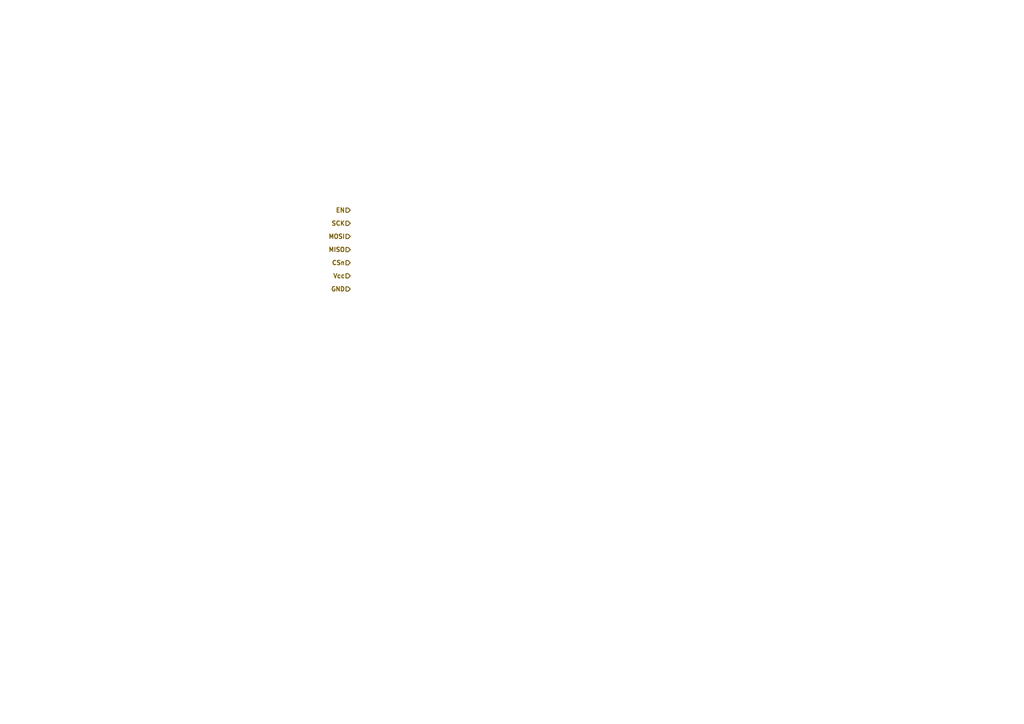
<source format=kicad_sch>
(kicad_sch
	(version 20231120)
	(generator "eeschema")
	(generator_version "8.0")
	(uuid "1f0c4f32-e200-48f7-b290-85f035255b3e")
	(paper "A4")
	(lib_symbols)
	(hierarchical_label "GND"
		(shape input)
		(at 101.6 83.82 180)
		(effects
			(font
				(size 1.27 1.27)
				(thickness 0.254)
				(bold yes)
			)
			(justify right)
		)
		(uuid "259fe635-86fb-4712-90c4-4caafbb34b93")
	)
	(hierarchical_label "CSn"
		(shape input)
		(at 101.6 76.2 180)
		(effects
			(font
				(size 1.27 1.27)
				(thickness 0.254)
				(bold yes)
			)
			(justify right)
		)
		(uuid "3b2890c6-9c39-4fac-9186-97ad6bcc5827")
	)
	(hierarchical_label "MISO"
		(shape input)
		(at 101.6 72.39 180)
		(effects
			(font
				(size 1.27 1.27)
				(thickness 0.254)
				(bold yes)
			)
			(justify right)
		)
		(uuid "6c41b49c-4500-4b17-ae5d-dde27e6a6ff1")
	)
	(hierarchical_label "Vcc"
		(shape input)
		(at 101.6 80.01 180)
		(effects
			(font
				(size 1.27 1.27)
				(thickness 0.254)
				(bold yes)
			)
			(justify right)
		)
		(uuid "7157f5b5-7c70-4792-a6a5-88a71bec8122")
	)
	(hierarchical_label "SCK"
		(shape input)
		(at 101.6 64.77 180)
		(effects
			(font
				(size 1.27 1.27)
				(thickness 0.254)
				(bold yes)
			)
			(justify right)
		)
		(uuid "c651353f-99a9-4ee2-b7d8-44e7d2d9871d")
	)
	(hierarchical_label "MOSI"
		(shape input)
		(at 101.6 68.58 180)
		(effects
			(font
				(size 1.27 1.27)
				(thickness 0.254)
				(bold yes)
			)
			(justify right)
		)
		(uuid "e3525cdf-f3fe-4453-af60-b097c1e894ff")
	)
	(hierarchical_label "EN"
		(shape input)
		(at 101.6 60.96 180)
		(effects
			(font
				(size 1.27 1.27)
				(thickness 0.254)
				(bold yes)
			)
			(justify right)
		)
		(uuid "fe7434bc-e5b5-45d2-99e2-414a3a02260c")
	)
)

</source>
